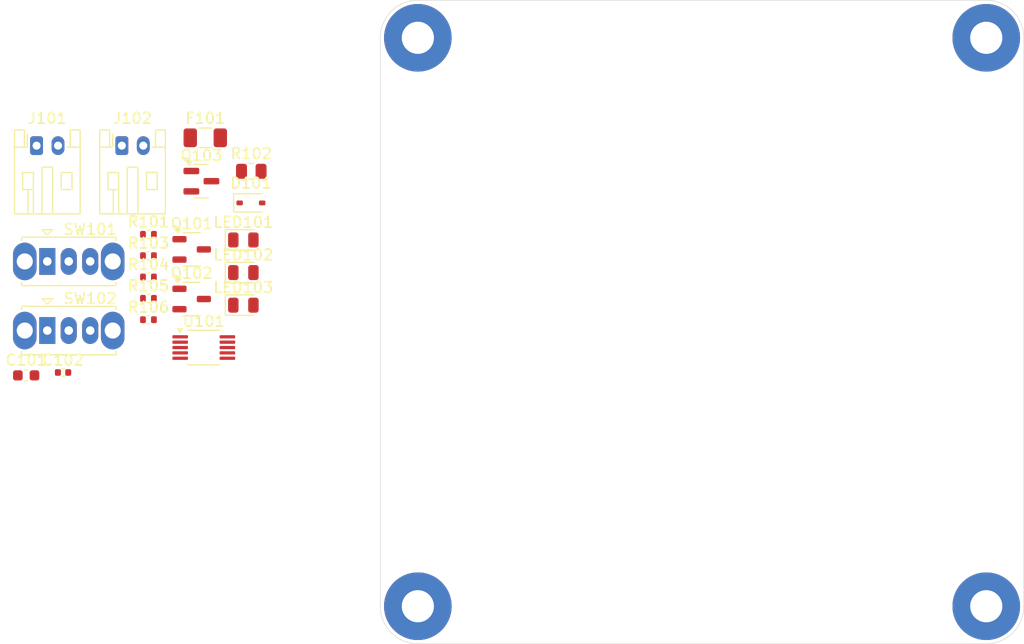
<source format=kicad_pcb>
(kicad_pcb (version 20240108) (generator "pcbnew") (generator_version "8.0")
  (layers (0 "F.Cu" signal) (31 "B.Cu" signal) (34 "B.Paste" user) (35 "F.Paste" user) (36 "B.SilkS" user "B.Silkscreen") (37 "F.SilkS" user "F.Silkscreen") (38 "B.Mask" user) (39 "F.Mask" user) (44 "Edge.Cuts" user))
  (net 0 "")
  (net 1 "/VS")
  (net 2 "GND")
  (net 3 "Net-(D101-A)")
  (net 4 "/Alert")
  (net 5 "Net-(Q101-S)")
  (net 6 "Net-(SW101-C)")
  (net 7 "Net-(J101-Pin_1)")
  (net 8 "Net-(J102-Pin_2)")
  (net 9 "Net-(J102-Pin_1)")
  (net 10 "Net-(LED101-A)")
  (net 11 "Net-(LED102-A)")
  (net 12 "Net-(LED102-K)")
  (net 13 "/Check2")
  (net 14 "Net-(LED103-A)")
  (net 15 "/Check1")
  (net 16 "/IGNITE-")
  (net 17 "Net-(Q103-B)")
  (net 18 "Net-(SW102-C)")
  (net 19 "/IGNITE+")
  (net 22 "/I2C_SDA")
  (net 24 "/I2C_SCL")
  (footprint "Resistor_SMD:R_0402_1005Metric" (layer "F.Cu") (at 92.29 94.055)
    (property "Reference" "R104" (at 0 -1.17 0) (layer "F.SilkS"))
    (property "Value" "510")
    (fp_line (start -0.153641 -0.38) (end 0.153641 -0.38) (stroke (width 0.12)) (layer "F.SilkS"))
    (fp_line (start -0.153641 0.38) (end 0.153641 0.38) (stroke (width 0.12)) (layer "F.SilkS"))
    (pad "1" smd roundrect (at -0.51 0) (size 0.54 0.64) (layers "F.Cu" "F.Paste" "F.Mask") (net 15 "/Check1"))
    (pad "2" smd roundrect (at 0.51 0) (size 0.54 0.64) (layers "F.Cu" "F.Paste" "F.Mask") (net 11 "Net-(LED102-A)"))
  )
  (footprint "Package_TO_SOT_SMD:SOT-23" (layer "F.Cu") (at 97.23 85.12)
    (property "Reference" "Q103" (at 0 -2.4 0) (layer "F.SilkS"))
    (property "Value" "Q_NPN_BEC")
    (fp_line (start 0 -1.56) (end -0.65 -1.56) (stroke (width 0.12)) (layer "F.SilkS"))
    (fp_line (start 0 -1.56) (end 0.65 -1.56) (stroke (width 0.12)) (layer "F.SilkS"))
    (fp_line (start 0 1.56) (end -0.65 1.56) (stroke (width 0.12)) (layer "F.SilkS"))
    (fp_line (start 0 1.56) (end 0.65 1.56) (stroke (width 0.12)) (layer "F.SilkS"))
    (fp_poly (pts (xy -1.1625 -1.51) (xy -1.4025 -1.84) (xy -0.9225 -1.84) (xy -1.1625 -1.51)) (stroke (width 0.12)) (fill solid) (layer "F.SilkS"))
    (pad "1" smd roundrect (at -0.9375 -0.95) (size 1.475 0.6) (layers "F.Cu" "F.Paste" "F.Mask") (net 12 "Net-(LED102-K)"))
    (pad "2" smd roundrect (at -0.9375 0.95) (size 1.475 0.6) (layers "F.Cu" "F.Paste" "F.Mask") (net 17 "Net-(Q103-B)"))
    (pad "3" smd roundrect (at 0.9375 0) (size 1.475 0.6) (layers "F.Cu" "F.Paste" "F.Mask") (net 2 "GND"))
  )
  (footprint "Package_TO_SOT_SMD:SOT-23-3" (layer "F.Cu") (at 96.32 91.48)
    (property "Reference" "Q101" (at 0 -2.4 0) (layer "F.SilkS"))
    (property "Value" "Q_NMOS_GSD")
    (fp_line (start 0 -1.56) (end -0.8 -1.56) (stroke (width 0.12)) (layer "F.SilkS"))
    (fp_line (start 0 -1.56) (end 0.8 -1.56) (stroke (width 0.12)) (layer "F.SilkS"))
    (fp_line (start 0 1.56) (end -0.8 1.56) (stroke (width 0.12)) (layer "F.SilkS"))
    (fp_line (start 0 1.56) (end 0.8 1.56) (stroke (width 0.12)) (layer "F.SilkS"))
    (fp_poly (pts (xy -1.3 -1.51) (xy -1.54 -1.84) (xy -1.06 -1.84) (xy -1.3 -1.51)) (stroke (width 0.12)) (fill solid) (layer "F.SilkS"))
    (pad "1" smd roundrect (at -1.1375 -0.95) (size 1.325 0.6) (layers "F.Cu" "F.Paste" "F.Mask") (net 15 "/Check1"))
    (pad "2" smd roundrect (at -1.1375 0.95) (size 1.325 0.6) (layers "F.Cu" "F.Paste" "F.Mask") (net 5 "Net-(Q101-S)"))
    (pad "3" smd roundrect (at 1.1375 0) (size 1.325 0.6) (layers "F.Cu" "F.Paste" "F.Mask") (net 3 "Net-(D101-A)"))
  )
  (footprint "Diode_SMD:D_SOD-323" (layer "F.Cu") (at 101.845 87.145)
    (property "Reference" "D101" (at 0 -1.85 0) (layer "F.SilkS"))
    (property "Value" "D_Schottky")
    (fp_line (start -1.61 -0.85) (end -1.61 0.85) (stroke (width 0.12)) (layer "F.SilkS"))
    (fp_line (start -1.61 -0.85) (end 1.05 -0.85) (stroke (width 0.12)) (layer "F.SilkS"))
    (fp_line (start -1.61 0.85) (end 1.05 0.85) (stroke (width 0.12)) (layer "F.SilkS"))
    (pad "1" smd roundrect (at -1.05 0) (size 0.6 0.45) (layers "F.Cu" "F.Paste" "F.Mask") (net 4 "/Alert"))
    (pad "2" smd roundrect (at 1.05 0) (size 0.6 0.45) (layers "F.Cu" "F.Paste" "F.Mask") (net 3 "Net-(D101-A)"))
  )
  (footprint "LED_SMD:LED_0805_2012Metric" (layer "F.Cu") (at 101.14 96.68)
    (property "Reference" "LED103" (at 0 -1.65 0) (layer "F.SilkS"))
    (property "Value" "NMOS2")
    (fp_line (start -1.685 -0.96) (end -1.685 0.96) (stroke (width 0.12)) (layer "F.SilkS"))
    (fp_line (start -1.685 0.96) (end 1 0.96) (stroke (width 0.12)) (layer "F.SilkS"))
    (fp_line (start 1 -0.96) (end -1.685 -0.96) (stroke (width 0.12)) (layer "F.SilkS"))
    (pad "1" smd roundrect (at -0.9375 0) (size 0.975 1.4) (layers "F.Cu" "F.Paste" "F.Mask") (net 13 "/Check2"))
    (pad "2" smd roundrect (at 0.9375 0) (size 0.975 1.4) (layers "F.Cu" "F.Paste" "F.Mask") (net 14 "Net-(LED103-A)"))
  )
  (footprint "Resistor_SMD:R_0805_2012Metric" (layer "F.Cu") (at 101.88 84.195)
    (property "Reference" "R102" (at 0 -1.65 0) (layer "F.SilkS"))
    (property "Value" "50mΩ")
    (fp_line (start -0.227064 -0.735) (end 0.227064 -0.735) (stroke (width 0.12)) (layer "F.SilkS"))
    (fp_line (start -0.227064 0.735) (end 0.227064 0.735) (stroke (width 0.12)) (layer "F.SilkS"))
    (pad "1" smd roundrect (at -0.9125 0) (size 1.025 1.4) (layers "F.Cu" "F.Paste" "F.Mask") (roundrect_rratio 0.243902) (net 9 "Net-(J102-Pin_1)"))
    (pad "2" smd roundrect (at 0.9125 0) (size 1.025 1.4) (layers "F.Cu" "F.Paste" "F.Mask") (roundrect_rratio 0.243902) (net 18 "Net-(SW102-C)"))
  )
  (footprint "Resistor_SMD:R_0402_1005Metric" (layer "F.Cu") (at 92.29 90.075)
    (property "Reference" "R101" (at 0 -1.17 0) (layer "F.SilkS"))
    (property "Value" "510")
    (fp_line (start -0.153641 -0.38) (end 0.153641 -0.38) (stroke (width 0.12)) (layer "F.SilkS"))
    (fp_line (start -0.153641 0.38) (end 0.153641 0.38) (stroke (width 0.12)) (layer "F.SilkS"))
    (pad "1" smd roundrect (at -0.51 0) (size 0.54 0.64) (layers "F.Cu" "F.Paste" "F.Mask") (net 4 "/Alert"))
    (pad "2" smd roundrect (at 0.51 0) (size 0.54 0.64) (layers "F.Cu" "F.Paste" "F.Mask") (net 10 "Net-(LED101-A)"))
  )
  (footprint "Capacitor_SMD:C_0603_1608Metric" (layer "F.Cu") (at 80.89 103.225)
    (property "Reference" "C101" (at 0 -1.43 0) (layer "F.SilkS"))
    (property "Value" "10uF")
    (fp_line (start -0.14058 -0.51) (end 0.14058 -0.51) (stroke (width 0.12)) (layer "F.SilkS"))
    (fp_line (start -0.14058 0.51) (end 0.14058 0.51) (stroke (width 0.12)) (layer "F.SilkS"))
    (pad "1" smd roundrect (at -0.775 0) (size 0.9 0.95) (layers "F.Cu" "F.Paste" "F.Mask") (net 1 "/VS"))
    (pad "2" smd roundrect (at 0.775 0) (size 0.9 0.95) (layers "F.Cu" "F.Paste" "F.Mask") (net 2 "GND"))
  )
  (footprint "WOBCLibrary:Board_1U_60x60" (layer "F.Cu") (at 143.91 98.25)
    (property "Reference" "REF**" (hide yes))
    (property "Value" "Board_1U_60x60" (hide yes))
    (fp_line (start -30 26.5) (end -30 -26.5) (stroke (width 0.05)) (layer "Edge.Cuts"))
    (fp_line (start -26.5 -30) (end 26.5 -30) (stroke (width 0.05)) (layer "Edge.Cuts"))
    (fp_line (start 26.5 30) (end -26.5 30) (stroke (width 0.05)) (layer "Edge.Cuts"))
    (fp_line (start 30 -26.5) (end 30 26.5) (stroke (width 0.05)) (layer "Edge.Cuts"))
    (fp_arc (start -30 -26.5) (mid -28.974874 -28.974874) (end -26.5 -30) (stroke (width 0.05)) (layer "Edge.Cuts"))
    (fp_arc (start -26.5 30) (mid -28.974874 28.974874) (end -30 26.5) (stroke (width 0.05)) (layer "Edge.Cuts"))
    (fp_arc (start 26.5 -30) (mid 28.974874 -28.974874) (end 30 -26.5) (stroke (width 0.05)) (layer "Edge.Cuts"))
    (fp_arc (start 30 26.5) (mid 28.974874 28.974874) (end 26.5 30) (stroke (width 0.05)) (layer "Edge.Cuts"))
    (pad "GND" thru_hole circle (at -26.5 -26.5) (size 6.3 6.3) (drill 3) (layers "*.Cu" "*.Mask"))
    (pad "GND" thru_hole circle (at -26.5 26.5) (size 6.3 6.3) (drill 3) (layers "*.Cu" "*.Mask"))
    (pad "GND" thru_hole circle (at 26.5 -26.5) (size 6.3 6.3) (drill 3) (layers "*.Cu" "*.Mask"))
    (pad "GND" thru_hole circle (at 26.5 26.5) (size 6.3 6.3) (drill 3) (layers "*.Cu" "*.Mask"))
  )
  (footprint "Resistor_SMD:R_0402_1005Metric" (layer "F.Cu") (at 92.29 98.035)
    (property "Reference" "R106" (at 0 -1.17 0) (layer "F.SilkS"))
    (property "Value" "1k")
    (fp_line (start -0.153641 -0.38) (end 0.153641 -0.38) (stroke (width 0.12)) (layer "F.SilkS"))
    (fp_line (start -0.153641 0.38) (end 0.153641 0.38) (stroke (width 0.12)) (layer "F.SilkS"))
    (pad "1" smd roundrect (at -0.51 0) (size 0.54 0.64) (layers "F.Cu" "F.Paste" "F.Mask") (net 19 "/IGNITE+"))
    (pad "2" smd roundrect (at 0.51 0) (size 0.54 0.64) (layers "F.Cu" "F.Paste" "F.Mask") (net 17 "Net-(Q103-B)"))
  )
  (footprint "Package_SO:VSSOP-10_3x3mm_P0.5mm" (layer "F.Cu") (at 97.45 100.63)
    (property "Reference" "U101" (at 0 -2.45 0) (layer "F.SilkS"))
    (property "Value" "INA226")
    (fp_line (start 0 -1.61) (end -1.5 -1.61) (stroke (width 0.12)) (layer "F.SilkS"))
    (fp_line (start 0 -1.61) (end 1.5 -1.61) (stroke (width 0.12)) (layer "F.SilkS"))
    (fp_line (start 0 1.61) (end -1.5 1.61) (stroke (width 0.12)) (layer "F.SilkS"))
    (fp_line (start 0 1.61) (end 1.5 1.61) (stroke (width 0.12)) (layer "F.SilkS"))
    (fp_poly (pts (xy -2.2125 -1.41) (xy -2.4525 -1.74) (xy -1.9725 -1.74) (xy -2.2125 -1.41)) (stroke (width 0.12)) (fill solid) (layer "F.SilkS"))
    (pad "1" smd roundrect (at -2.2 -1) (size 1.45 0.3) (layers "F.Cu" "F.Paste" "F.Mask") (net 24 "/I2C_SCL"))
    (pad "2" smd roundrect (at -2.2 -0.5) (size 1.45 0.3) (layers "F.Cu" "F.Paste" "F.Mask") (net 1 "/VS"))
    (pad "3" smd roundrect (at -2.2 0) (size 1.45 0.3) (layers "F.Cu" "F.Paste" "F.Mask"))
    (pad "4" smd roundrect (at -2.2 0.5) (size 1.45 0.3) (layers "F.Cu" "F.Paste" "F.Mask") (net 22 "/I2C_SDA"))
    (pad "5" smd roundrect (at -2.2 1) (size 1.45 0.3) (layers "F.Cu" "F.Paste" "F.Mask") (net 24 "/I2C_SCL"))
    (pad "6" smd roundrect (at 2.2 1) (size 1.45 0.3) (layers "F.Cu" "F.Paste" "F.Mask") (net 1 "/VS"))
    (pad "7" smd roundrect (at 2.2 0.5) (size 1.45 0.3) (layers "F.Cu" "F.Paste" "F.Mask") (net 2 "GND"))
    (pad "8" smd roundrect (at 2.2 0) (size 1.45 0.3) (layers "F.Cu" "F.Paste" "F.Mask") (net 18 "Net-(SW102-C)"))
    (pad "9" smd roundrect (at 2.2 -0.5) (size 1.45 0.3) (layers "F.Cu" "F.Paste" "F.Mask") (net 9 "Net-(J102-Pin_1)"))
    (pad "10" smd roundrect (at 2.2 -1) (size 1.45 0.3) (layers "F.Cu" "F.Paste" "F.Mask") (net 18 "Net-(SW102-C)"))
  )
  (footprint "Button_Switch_THT:SW_Slide_SPDT_Straight_CK_OS102011MS2Q" (layer "F.Cu") (at 82.86 99.045)
    (property "Reference" "SW102" (at 3.99 -2.99 0) (layer "F.SilkS"))
    (property "Value" "Power Switch")
    (fp_line (start -2.41 -2.26) (end 6.41 -2.26) (stroke (width 0.12)) (layer "F.SilkS"))
    (fp_line (start -2.41 -1.95) (end -2.41 -2.26) (stroke (width 0.12)) (layer "F.SilkS"))
    (fp_line (start -2.41 2.26) (end -2.41 1.95) (stroke (width 0.12)) (layer "F.SilkS"))
    (fp_line (start -0.5 -2.96) (end 0 -2.46) (stroke (width 0.12)) (layer "F.SilkS"))
    (fp_line (start 0 -2.46) (end 0.5 -2.96) (stroke (width 0.12)) (layer "F.SilkS"))
    (fp_line (start 0.5 -2.96) (end -0.5 -2.96) (stroke (width 0.12)) (layer "F.SilkS"))
    (fp_line (start 6.41 -2.26) (end 6.41 -1.95) (stroke (width 0.12)) (layer "F.SilkS"))
    (fp_line (start 6.41 2.26) (end -2.41 2.26) (stroke (width 0.12)) (layer "F.SilkS"))
    (fp_line (start 6.41 2.26) (end 6.41 1.95) (stroke (width 0.12)) (layer "F.SilkS"))
    (pad "" thru_hole oval (at -2.1 0) (size 2.2 3.5) (drill 1.5) (layers "*.Cu" "*.Mask"))
    (pad "" thru_hole oval (at 6.1 0) (size 2.2 3.5) (drill 1.5) (layers "*.Cu" "*.Mask"))
    (pad "1" thru_hole rect (at 0 0) (size 1.5 2.5) (drill 0.8) (layers "*.Cu" "*.Mask"))
    (pad "2" thru_hole oval (at 2 0) (size 1.5 2.5) (drill 0.8) (layers "*.Cu" "*.Mask") (net 3 "Net-(D101-A)"))
    (pad "3" thru_hole oval (at 4 0) (size 1.5 2.5) (drill 0.8) (layers "*.Cu" "*.Mask") (net 18 "Net-(SW102-C)"))
  )
  (footprint "Package_TO_SOT_SMD:SOT-23-3" (layer "F.Cu") (at 96.32 96.105)
    (property "Reference" "Q102" (at 0 -2.4 0) (layer "F.SilkS"))
    (property "Value" "Q_NMOS_GSD")
    (fp_line (start 0 -1.56) (end -0.8 -1.56) (stroke (width 0.12)) (layer "F.SilkS"))
    (fp_line (start 0 -1.56) (end 0.8 -1.56) (stroke (width 0.12)) (layer "F.SilkS"))
    (fp_line (start 0 1.56) (end -0.8 1.56) (stroke (width 0.12)) (layer "F.SilkS"))
    (fp_line (start 0 1.56) (end 0.8 1.56) (stroke (width 0.12)) (layer "F.SilkS"))
    (fp_poly (pts (xy -1.3 -1.51) (xy -1.54 -1.84) (xy -1.06 -1.84) (xy -1.3 -1.51)) (stroke (width 0.12)) (fill solid) (layer "F.SilkS"))
    (pad "1" smd roundrect (at -1.1375 -0.95) (size 1.325 0.6) (layers "F.Cu" "F.Paste" "F.Mask") (net 16 "/IGNITE-"))
    (pad "2" smd roundrect (at -1.1375 0.95) (size 1.325 0.6) (layers "F.Cu" "F.Paste" "F.Mask") (net 2 "GND"))
    (pad "3" smd roundrect (at 1.1375 0) (size 1.325 0.6) (layers "F.Cu" "F.Paste" "F.Mask") (net 8 "Net-(J102-Pin_2)"))
  )
  (footprint "Resistor_SMD:R_0402_1005Metric" (layer "F.Cu") (at 92.29 92.065)
    (property "Reference" "R103" (at 0 -1.17 0) (layer "F.SilkS"))
    (property "Value" "10k")
    (fp_line (start -0.153641 -0.38) (end 0.153641 -0.38) (stroke (width 0.12)) (layer "F.SilkS"))
    (fp_line (start -0.153641 0.38) (end 0.153641 0.38) (stroke (width 0.12)) (layer "F.SilkS"))
    (pad "1" smd roundrect (at -0.51 0) (size 0.54 0.64) (layers "F.Cu" "F.Paste" "F.Mask") (net 5 "Net-(Q101-S)"))
    (pad "2" smd roundrect (at 0.51 0) (size 0.54 0.64) (layers "F.Cu" "F.Paste" "F.Mask") (net 15 "/Check1"))
  )
  (footprint "Connector_JST:JST_PH_S2B-PH-K_1x02_P2.00mm_Horizontal" (layer "F.Cu") (at 81.86 81.805)
    (property "Reference" "J101" (at 1 -2.55 0) (layer "F.SilkS"))
    (property "Value" "LiPo 1 Cell")
    (fp_line (start -2.06 -1.46) (end -2.06 6.36) (stroke (width 0.12)) (layer "F.SilkS"))
    (fp_line (start -2.06 0.14) (end -1.14 0.14) (stroke (width 0.12)) (layer "F.SilkS"))
    (fp_line (start -2.06 6.36) (end 4.06 6.36) (stroke (width 0.12)) (layer "F.SilkS"))
    (fp_line (start -1.3 2.5) (end -1.3 4.1) (stroke (width 0.12)) (layer "F.SilkS"))
    (fp_line (start -1.3 4.1) (end -0.3 4.1) (stroke (width 0.12)) (layer "F.SilkS"))
    (fp_line (start -1.14 -1.46) (end -2.06 -1.46) (stroke (width 0.12)) (layer "F.SilkS"))
    (fp_line (start -1.14 0.14) (end -1.14 -1.46) (stroke (width 0.12)) (layer "F.SilkS"))
    (fp_line (start -0.86 0.14) (end -1.14 0.14) (stroke (width 0.12)) (layer "F.SilkS"))
    (fp_line (start -0.86 0.14) (end -0.86 -1.075) (stroke (width 0.12)) (layer "F.SilkS"))
    (fp_line (start -0.8 4.1) (end -0.8 6.36) (stroke (width 0.12)) (layer "F.SilkS"))
    (fp_line (start -0.3 2.5) (end -1.3 2.5) (stroke (width 0.12)) (layer "F.SilkS"))
    (fp_line (start -0.3 4.1) (end -0.3 2.5) (stroke (width 0.12)) (layer "F.SilkS"))
    (fp_line (start -0.3 4.1) (end -0.3 6.36) (stroke (width 0.12)) (layer "F.SilkS"))
    (fp_line (start 0.5 2) (end 1.5 2) (stroke (width 0.12)) (layer "F.SilkS"))
    (fp_line (start 0.5 6.36) (end 0.5 2) (stroke (width 0.12)) (layer "F.SilkS"))
    (fp_line (start 1.5 2) (end 1.5 6.36) (stroke (width 0.12)) (layer "F.SilkS"))
    (fp_line (start 2.3 2.5) (end 3.3 2.5) (stroke (width 0.12)) (layer "F.SilkS"))
    (fp_line (start 2.3 4.1) (end 2.3 2.5) (stroke (width 0.12)) (layer "F.SilkS"))
    (fp_line (start 3.14 -1.46) (end 3.14 0.14) (stroke (width 0.12)) (layer "F.SilkS"))
    (fp_line (start 3.14 0.14) (end 2.86 0.14) (stroke (width 0.12)) (layer "F.SilkS"))
    (fp_line (start 3.3 2.5) (end 3.3 4.1) (stroke (width 0.12)) (layer "F.SilkS"))
    (fp_line (start 3.3 4.1) (end 2.3 4.1) (stroke (width 0.12)) (layer "F.SilkS"))
    (fp_line (start 4.06 -1.46) (end 3.14 -1.46) (stroke (width 0.12)) (layer "F.SilkS"))
    (fp_line (start 4.06 0.14) (end 3.14 0.14) (stroke (width 0.12)) (layer "F.SilkS"))
    (fp_line (start 4.06 6.36) (end 4.06 -1.46) (stroke (width 0.12)) (layer "F.SilkS"))
    (pad "1" thru_hole roundrect (at 0 0) (size 1.2 1.75) (drill 0.75) (layers "*.Cu" "*.Mask") (roundrect_rratio 0.208333) (net 7 "Net-(J101-Pin_1)"))
    (pad "2" thru_hole oval (at 2 0) (size 1.2 1.75) (drill 0.75) (layers "*.Cu" "*.Mask") (net 2 "GND"))
  )
  (footprint "Resistor_SMD:R_0402_1005Metric" (layer "F.Cu") (at 92.29 96.045)
    (property "Reference" "R105" (at 0 -1.17 0) (layer "F.SilkS"))
    (property "Value" "510")
    (fp_line (start -0.153641 -0.38) (end 0.153641 -0.38) (stroke (width 0.12)) (layer "F.SilkS"))
    (fp_line (start -0.153641 0.38) (end 0.153641 0.38) (stroke (width 0.12)) (layer "F.SilkS"))
    (pad "1" smd roundrect (at -0.51 0) (size 0.54 0.64) (layers "F.Cu" "F.Paste" "F.Mask") (net 14 "Net-(LED103-A)"))
    (pad "2" smd roundrect (at 0.51 0) (size 0.54 0.64) (layers "F.Cu" "F.Paste" "F.Mask") (net 8 "Net-(J102-Pin_2)"))
  )
  (footprint "Capacitor_SMD:C_0402_1005Metric" (layer "F.Cu") (at 84.33 102.955)
    (property "Reference" "C102" (at 0 -1.16 0) (layer "F.SilkS"))
    (property "Value" "100nF")
    (fp_line (start -0.107836 -0.36) (end 0.107836 -0.36) (stroke (width 0.12)) (layer "F.SilkS"))
    (fp_line (start -0.107836 0.36) (end 0.107836 0.36) (stroke (width 0.12)) (layer "F.SilkS"))
    (pad "1" smd roundrect (at -0.48 0) (size 0.56 0.62) (layers "F.Cu" "F.Paste" "F.Mask") (net 1 "/VS"))
    (pad "2" smd roundrect (at 0.48 0) (size 0.56 0.62) (layers "F.Cu" "F.Paste" "F.Mask") (net 2 "GND"))
  )
  (footprint "Fuse:Fuse_1206_3216Metric" (layer "F.Cu") (at 97.59 81.075)
    (property "Reference" "F101" (at 0 -1.82 0) (layer "F.SilkS"))
    (property "Value" "Polyfuse")
    (fp_line (start -0.602064 -0.91) (end 0.602064 -0.91) (stroke (width 0.12)) (layer "F.SilkS"))
    (fp_line (start -0.602064 0.91) (end 0.602064 0.91) (stroke (width 0.12)) (layer "F.SilkS"))
    (pad "1" smd roundrect (at -1.4 0) (size 1.25 1.75) (layers "F.Cu" "F.Paste" "F.Mask") (roundrect_rratio 0.2) (net 6 "Net-(SW101-C)"))
    (pad "2" smd roundrect (at 1.4 0) (size 1.25 1.75) (layers "F.Cu" "F.Paste" "F.Mask") (roundrect_rratio 0.2) (net 5 "Net-(Q101-S)"))
  )
  (footprint "LED_SMD:LED_0805_2012Metric" (layer "F.Cu") (at 101.14 90.6)
    (property "Reference" "LED101" (at 0 -1.65 0) (layer "F.SilkS"))
    (property "Value" "NMOS1")
    (fp_line (start -1.685 -0.96) (end -1.685 0.96) (stroke (width 0.12)) (layer "F.SilkS"))
    (fp_line (start -1.685 0.96) (end 1 0.96) (stroke (width 0.12)) (layer "F.SilkS"))
    (fp_line (start 1 -0.96) (end -1.685 -0.96) (stroke (width 0.12)) (layer "F.SilkS"))
    (pad "1" smd roundrect (at -0.9375 0) (size 0.975 1.4) (layers "F.Cu" "F.Paste" "F.Mask") (net 2 "GND"))
    (pad "2" smd roundrect (at 0.9375 0) (size 0.975 1.4) (layers "F.Cu" "F.Paste" "F.Mask") (net 10 "Net-(LED101-A)"))
  )
  (footprint "Button_Switch_THT:SW_Slide_SPDT_Straight_CK_OS102011MS2Q" (layer "F.Cu") (at 82.86 92.6)
    (property "Reference" "SW101" (at 3.99 -2.99 0) (layer "F.SilkS"))
    (property "Value" "Power Switch")
    (fp_line (start -2.41 -2.26) (end 6.41 -2.26) (stroke (width 0.12)) (layer "F.SilkS"))
    (fp_line (start -2.41 -1.95) (end -2.41 -2.26) (stroke (width 0.12)) (layer "F.SilkS"))
    (fp_line (start -2.41 2.26) (end -2.41 1.95) (stroke (width 0.12)) (layer "F.SilkS"))
    (fp_line (start -0.5 -2.96) (end 0 -2.46) (stroke (width 0.12)) (layer "F.SilkS"))
    (fp_line (start 0 -2.46) (end 0.5 -2.96) (stroke (width 0.12)) (layer "F.SilkS"))
    (fp_line (start 0.5 -2.96) (end -0.5 -2.96) (stroke (width 0.12)) (layer "F.SilkS"))
    (fp_line (start 6.41 -2.26) (end 6.41 -1.95) (stroke (width 0.12)) (layer "F.SilkS"))
    (fp_line (start 6.41 2.26) (end -2.41 2.26) (stroke (width 0.12)) (layer "F.SilkS"))
    (fp_line (start 6.41 2.26) (end 6.41 1.95) (stroke (width 0.12)) (layer "F.SilkS"))
    (pad "" thru_hole oval (at -2.1 0) (size 2.2 3.5) (drill 1.5) (layers "*.Cu" "*.Mask"))
    (pad "" thru_hole oval (at 6.1 0) (size 2.2 3.5) (drill 1.5) (layers "*.Cu" "*.Mask"))
    (pad "1" thru_hole rect (at 0 0) (size 1.5 2.5) (drill 0.8) (layers "*.Cu" "*.Mask"))
    (pad "2" thru_hole oval (at 2 0) (size 1.5 2.5) (drill 0.8) (layers "*.Cu" "*.Mask") (net 7 "Net-(J101-Pin_1)"))
    (pad "3" thru_hole oval (at 4 0) (size 1.5 2.5) (drill 0.8) (layers "*.Cu" "*.Mask") (net 6 "Net-(SW101-C)"))
  )
  (footprint "LED_SMD:LED_0805_2012Metric" (layer "F.Cu") (at 101.14 93.64)
    (property "Reference" "LED102" (at 0 -1.65 0) (layer "F.SilkS"))
    (property "Value" "NPN")
    (fp_line (start -1.685 -0.96) (end -1.685 0.96) (stroke (width 0.12)) (layer "F.SilkS"))
    (fp_line (start -1.685 0.96) (end 1 0.96) (stroke (width 0.12)) (layer "F.SilkS"))
    (fp_line (start 1 -0.96) (end -1.685 -0.96) (stroke (width 0.12)) (layer "F.SilkS"))
    (pad "1" smd roundrect (at -0.9375 0) (size 0.975 1.4) (layers "F.Cu" "F.Paste" "F.Mask") (net 12 "Net-(LED102-K)"))
    (pad "2" smd roundrect (at 0.9375 0) (size 0.975 1.4) (layers "F.Cu" "F.Paste" "F.Mask") (net 11 "Net-(LED102-A)"))
  )
  (footprint "Connector_JST:JST_PH_S2B-PH-K_1x02_P2.00mm_Horizontal" (layer "F.Cu") (at 89.81 81.805)
    (property "Reference" "J102" (at 1 -2.55 0) (layer "F.SilkS"))
    (property "Value" "IGNITER")
    (fp_line (start -2.06 -1.46) (end -2.06 6.36) (stroke (width 0.12)) (layer "F.SilkS"))
    (fp_line (start -2.06 0.14) (end -1.14 0.14) (stroke (width 0.12)) (layer "F.SilkS"))
    (fp_line (start -2.06 6.36) (end 4.06 6.36) (stroke (width 0.12)) (layer "F.SilkS"))
    (fp_line (start -1.3 2.5) (end -1.3 4.1) (stroke (width 0.12)) (layer "F.SilkS"))
    (fp_line (start -1.3 4.1) (end -0.3 4.1) (stroke (width 0.12)) (layer "F.SilkS"))
    (fp_line (start -1.14 -1.46) (end -2.06 -1.46) (stroke (width 0.12)) (layer "F.SilkS"))
    (fp_line (start -1.14 0.14) (end -1.14 -1.46) (stroke (width 0.12)) (layer "F.SilkS"))
    (fp_line (start -0.86 0.14) (end -1.14 0.14) (stroke (width 0.12)) (layer "F.SilkS"))
    (fp_line (start -0.86 0.14) (end -0.86 -1.075) (stroke (width 0.12)) (layer "F.SilkS"))
    (fp_line (start -0.8 4.1) (end -0.8 6.36) (stroke (width 0.12)) (layer "F.SilkS"))
    (fp_line (start -0.3 2.5) (end -1.3 2.5) (stroke (width 0.12)) (layer "F.SilkS"))
    (fp_line (start -0.3 4.1) (end -0.3 2.5) (stroke (width 0.12)) (layer "F.SilkS"))
    (fp_line (start -0.3 4.1) (end -0.3 6.36) (stroke (width 0.12)) (layer "F.SilkS"))
    (fp_line (start 0.5 2) (end 1.5 2) (stroke (width 0.12)) (layer "F.SilkS"))
    (fp_line (start 0.5 6.36) (end 0.5 2) (stroke (width 0.12)) (layer "F.SilkS"))
    (fp_line (start 1.5 2) (end 1.5 6.36) (stroke (width 0.12)) (layer "F.SilkS"))
    (fp_line (start 2.3 2.5) (end 3.3 2.5) (stroke (width 0.12)) (layer "F.SilkS"))
    (fp_line (start 2.3 4.1) (end 2.3 2.5) (stroke (width 0.12)) (layer "F.SilkS"))
    (fp_line (start 3.14 -1.46) (end 3.14 0.14) (stroke (width 0.12)) (layer "F.SilkS"))
    (fp_line (start 3.14 0.14) (end 2.86 0.14) (stroke (width 0.12)) (layer "F.SilkS"))
    (fp_line (start 3.3 2.5) (end 3.3 4.1) (stroke (width 0.12)) (layer "F.SilkS"))
    (fp_line (start 3.3 4.1) (end 2.3 4.1) (stroke (width 0.12)) (layer "F.SilkS"))
    (fp_line (start 4.06 -1.46) (end 3.14 -1.46) (stroke (width 0.12)) (layer "F.SilkS"))
    (fp_line (start 4.06 0.14) (end 3.14 0.14) (stroke (width 0.12)) (layer "F.SilkS"))
    (fp_line (start 4.06 6.36) (end 4.06 -1.46) (stroke (width 0.12)) (layer "F.SilkS"))
    (pad "1" thru_hole roundrect (at 0 0) (size 1.2 1.75) (drill 0.75) (layers "*.Cu" "*.Mask") (roundrect_rratio 0.208333) (net 9 "Net-(J102-Pin_1)"))
    (pad "2" thru_hole oval (at 2 0) (size 1.2 1.75) (drill 0.75) (layers "*.Cu" "*.Mask") (net 8 "Net-(J102-Pin_2)"))
  )
)
</source>
